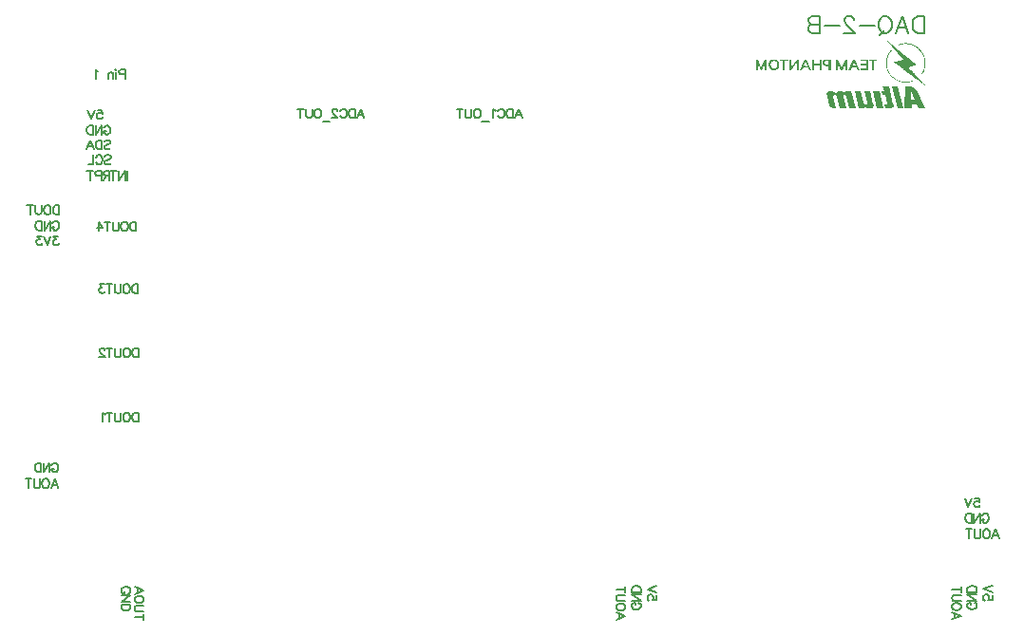
<source format=gbo>
G04*
G04 #@! TF.GenerationSoftware,Altium Limited,Altium Designer,22.2.1 (43)*
G04*
G04 Layer_Color=32896*
%FSLAX25Y25*%
%MOIN*%
G70*
G04*
G04 #@! TF.SameCoordinates,97A6E9F3-C8AE-4924-B40C-96554566FD82*
G04*
G04*
G04 #@! TF.FilePolarity,Positive*
G04*
G01*
G75*
%ADD14C,0.00620*%
G36*
X288878Y188695D02*
X288937Y188688D01*
X289002D01*
X289075Y188673D01*
X289243Y188651D01*
X289418Y188608D01*
X289600Y188557D01*
X289775Y188484D01*
X289782D01*
X289797Y188476D01*
X289819Y188462D01*
X289855Y188447D01*
X289892Y188425D01*
X289935Y188396D01*
X290045Y188323D01*
X290169Y188236D01*
X290307Y188126D01*
X290439Y187995D01*
X290570Y187842D01*
X290592D01*
X290424Y188542D01*
X292596D01*
X294040Y182768D01*
X291889D01*
X290927Y186581D01*
Y186588D01*
X290920Y186595D01*
X290912Y186639D01*
X290891Y186697D01*
X290861Y186770D01*
X290825Y186858D01*
X290774Y186938D01*
X290716Y187018D01*
X290643Y187091D01*
X290635Y187099D01*
X290606Y187120D01*
X290563Y187142D01*
X290504Y187179D01*
X290431Y187208D01*
X290344Y187230D01*
X290242Y187252D01*
X290132Y187259D01*
X290081D01*
X290030Y187252D01*
X289965Y187237D01*
X289892Y187215D01*
X289819Y187186D01*
X289761Y187150D01*
X289709Y187091D01*
X289702Y187084D01*
X289695Y187062D01*
X289680Y187018D01*
X289666Y186967D01*
X289658Y186894D01*
Y186800D01*
X289673Y186697D01*
X289702Y186574D01*
X290650Y182768D01*
X288499Y182768D01*
X287544Y186581D01*
Y186588D01*
X287537Y186595D01*
X287530Y186639D01*
X287508Y186697D01*
X287472Y186770D01*
X287435Y186858D01*
X287384Y186938D01*
X287326Y187018D01*
X287253Y187091D01*
X287245Y187099D01*
X287216Y187120D01*
X287173Y187142D01*
X287107Y187179D01*
X287034Y187208D01*
X286939Y187230D01*
X286837Y187252D01*
X286721Y187259D01*
X286670D01*
X286619Y187252D01*
X286553Y187237D01*
X286480Y187215D01*
X286415Y187186D01*
X286349Y187150D01*
X286305Y187091D01*
X286298Y187084D01*
X286291Y187062D01*
X286276Y187018D01*
X286261Y186967D01*
X286254Y186894D01*
Y186807D01*
X286261Y186705D01*
X286291Y186581D01*
X287245Y182768D01*
X286240D01*
X286203Y182775D01*
X286159D01*
X286108Y182783D01*
X285984Y182805D01*
X285846Y182841D01*
X285685Y182892D01*
X285525Y182965D01*
X285365Y183067D01*
X285357Y183074D01*
X285343Y183082D01*
X285328Y183096D01*
X285299Y183118D01*
X285226Y183184D01*
X285139Y183271D01*
X285044Y183381D01*
X284957Y183512D01*
X284884Y183658D01*
X284825Y183818D01*
X283994Y187120D01*
Y187128D01*
X283987Y187142D01*
Y187164D01*
X283980Y187200D01*
X283965Y187281D01*
X283943Y187390D01*
X283929Y187514D01*
X283921Y187638D01*
Y187769D01*
X283936Y187893D01*
Y187900D01*
Y187908D01*
X283943Y187944D01*
X283965Y188002D01*
X283987Y188075D01*
X284016Y188148D01*
X284060Y188228D01*
X284118Y188309D01*
X284184Y188382D01*
X284191Y188389D01*
X284220Y188411D01*
X284271Y188440D01*
X284330Y188476D01*
X284402Y188513D01*
X284497Y188557D01*
X284592Y188593D01*
X284701Y188622D01*
X284716Y188629D01*
X284752Y188637D01*
X284811Y188651D01*
X284891Y188666D01*
X284993Y188680D01*
X285109Y188688D01*
X285233Y188702D01*
X285467D01*
X285532Y188695D01*
X285613Y188688D01*
X285700Y188680D01*
X285882Y188651D01*
X285890D01*
X285926Y188644D01*
X285977Y188629D01*
X286035Y188615D01*
X286116Y188593D01*
X286196Y188564D01*
X286378Y188498D01*
X286393Y188491D01*
X286422Y188484D01*
X286473Y188462D01*
X286538Y188433D01*
X286611Y188389D01*
X286691Y188345D01*
X286779Y188294D01*
X286866Y188228D01*
X286874Y188221D01*
X286903Y188199D01*
X286947Y188163D01*
X287005Y188112D01*
X287071Y188046D01*
X287136Y187973D01*
X287209Y187893D01*
X287282Y187806D01*
Y187813D01*
X287289Y187842D01*
X287304Y187886D01*
X287318Y187937D01*
X287340Y188002D01*
X287369Y188068D01*
X287435Y188199D01*
X287442Y188207D01*
X287450Y188228D01*
X287472Y188258D01*
X287501Y188301D01*
X287537Y188345D01*
X287588Y188389D01*
X287639Y188440D01*
X287698Y188484D01*
X287705Y188491D01*
X287727Y188498D01*
X287763Y188520D01*
X287814Y188542D01*
X287880Y188571D01*
X287953Y188600D01*
X288033Y188622D01*
X288128Y188644D01*
X288142D01*
X288171Y188651D01*
X288222Y188666D01*
X288295Y188673D01*
X288383Y188688D01*
X288485Y188695D01*
X288601Y188702D01*
X288827D01*
X288878Y188695D01*
D02*
G37*
G36*
X300295Y184168D02*
Y184161D01*
X300302Y184146D01*
Y184124D01*
X300309Y184095D01*
X300324Y184008D01*
X300346Y183905D01*
X300360Y183782D01*
X300367Y183658D01*
Y183534D01*
X300353Y183410D01*
Y183395D01*
X300338Y183359D01*
X300324Y183308D01*
X300295Y183235D01*
X300258Y183162D01*
X300214Y183089D01*
X300149Y183016D01*
X300076Y182950D01*
X300069Y182943D01*
X300040Y182921D01*
X299996Y182892D01*
X299945Y182856D01*
X299872Y182812D01*
X299792Y182768D01*
X299697Y182732D01*
X299595Y182695D01*
X299580D01*
X299544Y182681D01*
X299485Y182674D01*
X299405Y182659D01*
X299310Y182644D01*
X299194Y182630D01*
X299070Y182622D01*
X298829D01*
X298786Y182630D01*
X298720Y182637D01*
X298654D01*
X298582Y182652D01*
X298421Y182674D01*
X298246Y182710D01*
X298071Y182761D01*
X297896Y182834D01*
X297889D01*
X297874Y182841D01*
X297852Y182856D01*
X297816Y182870D01*
X297780Y182892D01*
X297736Y182921D01*
X297626Y182987D01*
X297503Y183074D01*
X297371Y183184D01*
X297240Y183308D01*
X297109Y183454D01*
X297080D01*
X297247Y182761D01*
X295104D01*
X293661Y188542D01*
X295811D01*
X296774Y184722D01*
Y184715D01*
X296781Y184707D01*
X296788Y184664D01*
X296810Y184605D01*
X296839Y184532D01*
X296883Y184445D01*
X296934Y184357D01*
X296992Y184277D01*
X297065Y184204D01*
X297072Y184197D01*
X297102Y184175D01*
X297145Y184146D01*
X297204Y184117D01*
X297277Y184088D01*
X297364Y184059D01*
X297466Y184037D01*
X297583Y184029D01*
X297634D01*
X297685Y184037D01*
X297743Y184051D01*
X297816Y184073D01*
X297882Y184102D01*
X297940Y184146D01*
X297991Y184204D01*
X297998Y184212D01*
X298006Y184241D01*
X298020Y184277D01*
X298027Y184336D01*
X298042Y184408D01*
Y184496D01*
X298027Y184598D01*
X298006Y184722D01*
X297051Y188542D01*
X299201D01*
X300295Y184168D01*
D02*
G37*
G36*
X312899Y190379D02*
X312979D01*
X313081Y190364D01*
X313198Y190350D01*
X313329Y190328D01*
X313468Y190299D01*
X313606Y190262D01*
X313614D01*
X313621Y190255D01*
X313643Y190248D01*
X313665Y190241D01*
X313737Y190219D01*
X313825Y190182D01*
X313934Y190138D01*
X314051Y190080D01*
X314167Y190022D01*
X314291Y189949D01*
X314306Y189942D01*
X314342Y189912D01*
X314401Y189869D01*
X314481Y189818D01*
X314568Y189745D01*
X314663Y189665D01*
X314765Y189577D01*
X314867Y189475D01*
X314882Y189460D01*
X314911Y189431D01*
X314955Y189373D01*
X315020Y189300D01*
X315086Y189213D01*
X315166Y189103D01*
X315246Y188994D01*
X315319Y188870D01*
X318593Y182761D01*
X316114Y182768D01*
X315531Y184088D01*
X313679D01*
X313752Y182761D01*
X311266D01*
X311550Y190386D01*
X312870D01*
X312899Y190379D01*
D02*
G37*
G36*
X310814Y182761D02*
X308656D01*
X306746Y190386D01*
X308897D01*
X310814Y182761D01*
D02*
G37*
G36*
X303779D02*
X301629D01*
X300178Y188542D01*
X302336D01*
X303779Y182761D01*
D02*
G37*
G36*
X307278Y184161D02*
Y184153D01*
X307286Y184139D01*
Y184117D01*
X307293Y184080D01*
X307315Y184000D01*
X307330Y183891D01*
X307351Y183767D01*
X307366Y183643D01*
X307373Y183512D01*
X307366Y183395D01*
Y183381D01*
X307359Y183344D01*
X307344Y183293D01*
X307322Y183228D01*
X307293Y183162D01*
X307249Y183089D01*
X307198Y183023D01*
X307133Y182965D01*
X307125Y182958D01*
X307096Y182943D01*
X307060Y182921D01*
X307001Y182892D01*
X306928Y182863D01*
X306841Y182826D01*
X306739Y182797D01*
X306622Y182768D01*
X306608D01*
X306564Y182761D01*
X306491Y182746D01*
X306396Y182739D01*
X306272Y182724D01*
X306134Y182717D01*
X305974Y182710D01*
X305616D01*
X305529Y182717D01*
X305317D01*
X305208Y182724D01*
X305157D01*
X305091Y182732D01*
X305011D01*
X304917Y182739D01*
X304814Y182746D01*
X304698Y182754D01*
X304574Y182761D01*
X304253Y184044D01*
X304705D01*
X304763Y184051D01*
X304829Y184066D01*
X304895Y184080D01*
X304946Y184110D01*
X304997Y184146D01*
X305004Y184153D01*
X305011Y184168D01*
X305026Y184197D01*
X305040Y184233D01*
X305055Y184284D01*
Y184343D01*
Y184416D01*
X305040Y184496D01*
X304355Y187244D01*
X303451D01*
X303130Y188542D01*
X304034D01*
X303568Y190306D01*
X305726D01*
X307278Y184161D01*
D02*
G37*
G36*
X282055Y196122D02*
X281370D01*
Y197697D01*
X279533D01*
Y196122D01*
X278862D01*
Y199840D01*
X279533D01*
Y198295D01*
X281370D01*
Y199840D01*
X282055D01*
Y196122D01*
D02*
G37*
G36*
X274036D02*
X273365D01*
Y198878D01*
X271397Y196122D01*
X270726D01*
Y199840D01*
X271382D01*
Y197128D01*
X273336Y199840D01*
X274036D01*
Y196122D01*
D02*
G37*
G36*
X291153Y196122D02*
X290511D01*
Y198717D01*
X289491Y196122D01*
X288908D01*
X287887Y198717D01*
Y196122D01*
X287260D01*
Y199840D01*
X287945D01*
X289185Y197026D01*
X290424Y199840D01*
X291153D01*
Y196122D01*
D02*
G37*
G36*
X262912Y196122D02*
X262270D01*
Y198717D01*
X261249Y196122D01*
X260666D01*
X259660Y198717D01*
Y196122D01*
X259019D01*
Y199840D01*
X259704D01*
X260943Y197026D01*
X262197Y199840D01*
X262912D01*
Y196122D01*
D02*
G37*
G36*
X301607Y199242D02*
X300542D01*
Y196122D01*
X299872D01*
Y199242D01*
X298793D01*
Y199840D01*
X301607D01*
Y199242D01*
D02*
G37*
G36*
X298399Y196122D02*
X295833D01*
Y196720D01*
X297728D01*
Y197697D01*
X295964D01*
Y198309D01*
X297728D01*
Y199242D01*
X295862D01*
Y199840D01*
X298399D01*
Y196122D01*
D02*
G37*
G36*
X295512D02*
X294827D01*
X293588Y199126D01*
X293005Y197726D01*
X293763D01*
X293996Y197128D01*
X292757D01*
X292334Y196122D01*
X291590D01*
X293209Y199840D01*
X293952D01*
X295512Y196122D01*
D02*
G37*
G36*
X285306Y196122D02*
X284621D01*
Y199213D01*
X283688D01*
X283528Y199199D01*
X283426Y199155D01*
X283353Y199111D01*
X283338Y199097D01*
X283265Y198995D01*
X283236Y198892D01*
X283221Y198805D01*
Y198776D01*
Y198761D01*
X283236Y198659D01*
X283265Y198572D01*
X283338Y198426D01*
X283396Y198368D01*
X283426Y198324D01*
X283455Y198309D01*
X283469Y198295D01*
X283571Y198236D01*
X283673Y198178D01*
X283907Y198091D01*
X284009Y198061D01*
X284096Y198032D01*
X284155Y198018D01*
X284169D01*
X284067Y197420D01*
X283790Y197464D01*
X283557Y197537D01*
X283353Y197609D01*
X283192Y197682D01*
X283061Y197755D01*
X282974Y197813D01*
X282915Y197857D01*
X282901Y197872D01*
X282769Y198018D01*
X282667Y198163D01*
X282609Y198324D01*
X282551Y198470D01*
X282522Y198586D01*
X282507Y198703D01*
Y198761D01*
Y198790D01*
X282522Y198980D01*
X282551Y199140D01*
X282594Y199272D01*
X282653Y199388D01*
X282711Y199461D01*
X282755Y199534D01*
X282784Y199563D01*
X282799Y199578D01*
X282915Y199665D01*
X283047Y199723D01*
X283192Y199782D01*
X283324Y199811D01*
X283455Y199826D01*
X283557Y199840D01*
X285306D01*
Y196122D01*
D02*
G37*
G36*
X278396D02*
X277696D01*
X276471Y199126D01*
X275888Y197726D01*
X276631D01*
X276879Y197128D01*
X275640D01*
X275217Y196122D01*
X274473D01*
X276092Y199840D01*
X276835D01*
X278396Y196122D01*
D02*
G37*
G36*
X270333Y199242D02*
X269268D01*
Y196122D01*
X268568D01*
Y199242D01*
X267519D01*
Y199840D01*
X270333D01*
Y199242D01*
D02*
G37*
G36*
X265711Y199840D02*
X266002Y199782D01*
X266236Y199709D01*
X266440Y199621D01*
X266586Y199519D01*
X266702Y199446D01*
X266761Y199388D01*
X266790Y199373D01*
X266950Y199184D01*
X267052Y198965D01*
X267140Y198732D01*
X267198Y198499D01*
X267227Y198295D01*
X267242Y198134D01*
X267256Y198061D01*
Y198018D01*
Y197988D01*
Y197974D01*
X267227Y197638D01*
X267169Y197362D01*
X267081Y197114D01*
X266994Y196924D01*
X266906Y196764D01*
X266833Y196647D01*
X266775Y196589D01*
X266761Y196560D01*
X266557Y196399D01*
X266338Y196297D01*
X266119Y196210D01*
X265900Y196151D01*
X265696Y196122D01*
X265536Y196108D01*
X265478Y196093D01*
X265390D01*
X265069Y196108D01*
X264792Y196166D01*
X264559Y196239D01*
X264370Y196326D01*
X264209Y196414D01*
X264107Y196487D01*
X264034Y196545D01*
X264020Y196560D01*
X263859Y196764D01*
X263743Y196982D01*
X263670Y197216D01*
X263611Y197449D01*
X263582Y197653D01*
X263553Y197828D01*
Y197886D01*
Y197930D01*
Y197959D01*
Y197974D01*
X263568Y198309D01*
X263626Y198586D01*
X263699Y198834D01*
X263786Y199024D01*
X263874Y199184D01*
X263947Y199286D01*
X264005Y199359D01*
X264020Y199373D01*
X264209Y199534D01*
X264428Y199651D01*
X264661Y199738D01*
X264880Y199796D01*
X265084Y199826D01*
X265244Y199855D01*
X265390D01*
X265711Y199840D01*
D02*
G37*
G36*
X312236Y205526D02*
X312615Y205483D01*
X312950Y205424D01*
X313096Y205395D01*
X313227Y205366D01*
X313344Y205337D01*
X313446Y205308D01*
X313533Y205293D01*
X313592Y205278D01*
X313621Y205264D01*
X313635D01*
X314029Y205133D01*
X314393Y204972D01*
X314743Y204812D01*
X315035Y204651D01*
X315166Y204579D01*
X315297Y204506D01*
X315400Y204433D01*
X315487Y204389D01*
X315545Y204331D01*
X315604Y204302D01*
X315633Y204287D01*
X315647Y204272D01*
X315983Y204025D01*
X316303Y203748D01*
X316581Y203485D01*
X316828Y203237D01*
X317018Y203004D01*
X317105Y202917D01*
X317164Y202829D01*
X317222Y202756D01*
X317266Y202712D01*
X317280Y202683D01*
X317295Y202669D01*
X317528Y202304D01*
X317747Y201940D01*
X317907Y201590D01*
X318053Y201269D01*
X318111Y201123D01*
X318170Y200992D01*
X318199Y200875D01*
X318243Y200788D01*
X318272Y200700D01*
X318286Y200642D01*
X318301Y200613D01*
Y200598D01*
X318403Y200190D01*
X318476Y199782D01*
X318534Y199403D01*
X318563Y199067D01*
X318578Y198922D01*
Y198776D01*
X318593Y198659D01*
Y198557D01*
Y198484D01*
Y198411D01*
Y198382D01*
Y198368D01*
X318563Y197945D01*
X318505Y197551D01*
X318432Y197187D01*
X318359Y196851D01*
X318316Y196705D01*
X318286Y196574D01*
X318243Y196458D01*
X318213Y196370D01*
X318184Y196283D01*
X318170Y196224D01*
X318155Y196195D01*
Y196180D01*
X317995Y195787D01*
X317805Y195408D01*
X317616Y195072D01*
X317426Y194781D01*
X317339Y194650D01*
X317266Y194533D01*
X317193Y194431D01*
X317120Y194343D01*
X317076Y194271D01*
X317033Y194227D01*
X317018Y194198D01*
X317003Y194183D01*
Y194198D01*
X316755Y194373D01*
X317003Y194708D01*
X317237Y195043D01*
X317426Y195364D01*
X317572Y195656D01*
X317703Y195904D01*
X317747Y196020D01*
X317791Y196108D01*
X317820Y196180D01*
X317849Y196239D01*
X317863Y196268D01*
Y196283D01*
X317995Y196676D01*
X318082Y197041D01*
X318170Y197405D01*
X318213Y197726D01*
X318243Y197857D01*
X318257Y197988D01*
Y198105D01*
X318272Y198207D01*
X318286Y198280D01*
Y198338D01*
Y198368D01*
Y198382D01*
Y198776D01*
X318257Y199169D01*
X318213Y199519D01*
X318155Y199840D01*
X318126Y199986D01*
X318111Y200117D01*
X318082Y200234D01*
X318053Y200321D01*
X318039Y200409D01*
X318024Y200467D01*
X318009Y200496D01*
Y200511D01*
X317878Y200904D01*
X317718Y201269D01*
X317557Y201604D01*
X317397Y201896D01*
X317324Y202027D01*
X317251Y202144D01*
X317193Y202231D01*
X317134Y202319D01*
X317091Y202392D01*
X317062Y202435D01*
X317033Y202465D01*
Y202479D01*
X316770Y202814D01*
X316508Y203106D01*
X316245Y203383D01*
X315997Y203602D01*
X315793Y203791D01*
X315618Y203923D01*
X315560Y203981D01*
X315516Y204010D01*
X315487Y204039D01*
X315472D01*
X315123Y204258D01*
X314787Y204447D01*
X314466Y204608D01*
X314175Y204739D01*
X313912Y204841D01*
X313810Y204885D01*
X313723Y204914D01*
X313650Y204943D01*
X313592Y204958D01*
X313562Y204972D01*
X313548D01*
X313154Y205074D01*
X312775Y205147D01*
X312425Y205191D01*
X312090Y205220D01*
X311944D01*
X311813Y205235D01*
X311419D01*
X311011Y205205D01*
X310617Y205162D01*
X310253Y205089D01*
X309932Y205001D01*
X309786Y204972D01*
X309655Y204928D01*
X309538Y204899D01*
X309451Y204856D01*
X309363Y204841D01*
X309305Y204812D01*
X309276Y204797D01*
X309261D01*
X309159Y205074D01*
X309567Y205220D01*
X309976Y205337D01*
X310355Y205424D01*
X310690Y205483D01*
X310851Y205497D01*
X310982Y205526D01*
X311113D01*
X311215Y205541D01*
X311288Y205556D01*
X311827D01*
X312236Y205526D01*
D02*
G37*
G36*
X306681Y202989D02*
X306404Y202654D01*
X306170Y202319D01*
X305966Y201998D01*
X305806Y201706D01*
X305675Y201444D01*
X305616Y201342D01*
X305573Y201240D01*
X305543Y201167D01*
X305514Y201109D01*
X305500Y201079D01*
Y201065D01*
X305354Y200671D01*
X305252Y200292D01*
X305164Y199928D01*
X305106Y199607D01*
X305091Y199461D01*
X305062Y199330D01*
Y199213D01*
X305048Y199126D01*
X305033Y199038D01*
Y198980D01*
Y198951D01*
Y198936D01*
Y198528D01*
X305048Y198149D01*
X305091Y197784D01*
X305135Y197449D01*
X305164Y197303D01*
X305193Y197172D01*
X305208Y197055D01*
X305237Y196968D01*
X305252Y196880D01*
X305266Y196822D01*
X305281Y196793D01*
Y196778D01*
X305412Y196385D01*
X305573Y196006D01*
X305733Y195656D01*
X305893Y195350D01*
X305966Y195218D01*
X306039Y195102D01*
X306112Y195000D01*
X306156Y194912D01*
X306214Y194839D01*
X306243Y194795D01*
X306258Y194766D01*
X306272Y194752D01*
X306535Y194402D01*
X306812Y194096D01*
X307074Y193833D01*
X307337Y193600D01*
X307556Y193410D01*
X307643Y193337D01*
X307716Y193279D01*
X307789Y193221D01*
X307833Y193192D01*
X307862Y193177D01*
X307876Y193163D01*
X308226Y192944D01*
X308576Y192754D01*
X308911Y192594D01*
X309218Y192463D01*
X309480Y192361D01*
X309582Y192317D01*
X309684Y192288D01*
X309757Y192259D01*
X309815Y192244D01*
X309844Y192229D01*
X309859D01*
X310253Y192142D01*
X310646Y192069D01*
X311011Y192025D01*
X311332Y192011D01*
X311492Y191996D01*
X312032D01*
X312440Y192040D01*
X312833Y192098D01*
X313212Y192186D01*
X313533Y192273D01*
X313694Y192317D01*
X313825Y192361D01*
X313927Y192404D01*
X314029Y192434D01*
X314117Y192463D01*
X314175Y192492D01*
X314204Y192506D01*
X314218D01*
X314335Y192229D01*
X313869Y192054D01*
X313650Y191981D01*
X313446Y191923D01*
X313271Y191879D01*
X313140Y191850D01*
X313052Y191821D01*
X313023D01*
X312760Y191777D01*
X312527Y191748D01*
X312294Y191719D01*
X312090Y191704D01*
X311915D01*
X311784Y191690D01*
X311667D01*
X311317Y191704D01*
X311157D01*
X311026Y191719D01*
X310909Y191734D01*
X310807D01*
X310749Y191748D01*
X310734D01*
X310399Y191806D01*
X310238Y191836D01*
X310092Y191865D01*
X309976Y191894D01*
X309888Y191923D01*
X309830Y191938D01*
X309815D01*
X309392Y192069D01*
X308999Y192229D01*
X308649Y192390D01*
X308328Y192550D01*
X308197Y192623D01*
X308066Y192696D01*
X307964Y192754D01*
X307876Y192813D01*
X307803Y192871D01*
X307745Y192900D01*
X307716Y192915D01*
X307701Y192929D01*
X307351Y193192D01*
X307031Y193469D01*
X306739Y193746D01*
X306506Y194008D01*
X306302Y194227D01*
X306229Y194329D01*
X306156Y194402D01*
X306112Y194475D01*
X306068Y194518D01*
X306054Y194548D01*
X306039Y194562D01*
X305791Y194927D01*
X305587Y195291D01*
X305398Y195656D01*
X305252Y195976D01*
X305193Y196122D01*
X305150Y196253D01*
X305106Y196370D01*
X305062Y196472D01*
X305033Y196545D01*
X305018Y196618D01*
X305004Y196647D01*
Y196662D01*
X304902Y197084D01*
X304814Y197507D01*
X304771Y197901D01*
X304742Y198251D01*
X304727Y198411D01*
Y198557D01*
Y198688D01*
Y198790D01*
Y198878D01*
Y198936D01*
Y198980D01*
Y198995D01*
X304771Y199432D01*
X304844Y199840D01*
X304917Y200219D01*
X305004Y200554D01*
X305048Y200700D01*
X305091Y200832D01*
X305135Y200948D01*
X305164Y201050D01*
X305193Y201138D01*
X305223Y201196D01*
X305237Y201225D01*
Y201240D01*
X305412Y201633D01*
X305616Y202012D01*
X305806Y202333D01*
X306010Y202625D01*
X306098Y202756D01*
X306185Y202858D01*
X306258Y202960D01*
X306316Y203048D01*
X306375Y203106D01*
X306418Y203150D01*
X306433Y203179D01*
X306447Y203193D01*
X306681Y202989D01*
D02*
G37*
G36*
X305704Y205935D02*
X306170Y205556D01*
X306593Y205205D01*
X306797Y205045D01*
X306987Y204885D01*
X307147Y204754D01*
X307308Y204622D01*
X307439Y204520D01*
X307556Y204418D01*
X307643Y204345D01*
X307716Y204287D01*
X307760Y204258D01*
X307774Y204243D01*
X308241Y203864D01*
X308707Y203485D01*
X309145Y203135D01*
X309334Y202960D01*
X309524Y202814D01*
X309699Y202669D01*
X309859Y202552D01*
X309990Y202435D01*
X310107Y202333D01*
X310194Y202260D01*
X310267Y202202D01*
X310311Y202173D01*
X310326Y202158D01*
X310792Y201779D01*
X311259Y201400D01*
X311696Y201050D01*
X311886Y200890D01*
X312075Y200729D01*
X312250Y200598D01*
X312411Y200467D01*
X312542Y200365D01*
X312659Y200263D01*
X312746Y200190D01*
X312819Y200132D01*
X312863Y200102D01*
X312877Y200088D01*
X313358Y199694D01*
X313810Y199315D01*
X314248Y198965D01*
X314452Y198805D01*
X314641Y198645D01*
X314802Y198499D01*
X314962Y198382D01*
X315108Y198266D01*
X315225Y198163D01*
X315312Y198091D01*
X315385Y198032D01*
X315429Y198003D01*
X315443Y197988D01*
X315181Y197901D01*
X314918Y197813D01*
X314685Y197726D01*
X314481Y197653D01*
X314291Y197595D01*
X314160Y197551D01*
X314073Y197522D01*
X314058Y197507D01*
X314044D01*
X313781Y197420D01*
X313533Y197347D01*
X313300Y197259D01*
X313081Y197187D01*
X312906Y197128D01*
X312760Y197084D01*
X312673Y197055D01*
X312659Y197041D01*
X312644D01*
X312921Y196749D01*
X313183Y196458D01*
X313431Y196180D01*
X313665Y195947D01*
X313839Y195743D01*
X313985Y195583D01*
X314044Y195524D01*
X314087Y195481D01*
X314102Y195466D01*
X314117Y195451D01*
X314393Y195160D01*
X314656Y194868D01*
X314918Y194591D01*
X315137Y194358D01*
X315327Y194154D01*
X315472Y193993D01*
X315531Y193935D01*
X315575Y193892D01*
X315589Y193877D01*
X315604Y193862D01*
X315881Y193571D01*
X316143Y193294D01*
X316391Y193031D01*
X316610Y192798D01*
X316799Y192594D01*
X316930Y192434D01*
X316989Y192375D01*
X317033Y192331D01*
X317047Y192317D01*
X317062Y192302D01*
X317339Y192011D01*
X317601Y191734D01*
X317849Y191471D01*
X318068Y191238D01*
X318257Y191034D01*
X318388Y190873D01*
X318447Y190815D01*
X318491Y190771D01*
X318505Y190757D01*
X318520Y190742D01*
Y190728D01*
Y190713D01*
X318505Y190684D01*
X318491Y190669D01*
X317980Y191048D01*
X317499Y191413D01*
X317033Y191763D01*
X316814Y191923D01*
X316624Y192069D01*
X316435Y192215D01*
X316274Y192331D01*
X316128Y192448D01*
X315997Y192535D01*
X315895Y192608D01*
X315822Y192667D01*
X315779Y192696D01*
X315764Y192710D01*
X315254Y193090D01*
X314758Y193454D01*
X314291Y193804D01*
X314087Y193964D01*
X313883Y194110D01*
X313708Y194256D01*
X313533Y194373D01*
X313387Y194489D01*
X313271Y194577D01*
X313169Y194650D01*
X313096Y194708D01*
X313052Y194737D01*
X313037Y194752D01*
X312527Y195145D01*
X312032Y195510D01*
X311565Y195860D01*
X311346Y196020D01*
X311157Y196180D01*
X310967Y196312D01*
X310807Y196443D01*
X310661Y196545D01*
X310530Y196647D01*
X310428Y196720D01*
X310355Y196778D01*
X310311Y196808D01*
X310297Y196822D01*
X309786Y197216D01*
X309291Y197595D01*
X308824Y197945D01*
X308605Y198105D01*
X308401Y198251D01*
X308212Y198397D01*
X308051Y198513D01*
X307905Y198630D01*
X307774Y198717D01*
X307672Y198790D01*
X307599Y198849D01*
X307556Y198878D01*
X307541Y198892D01*
X307862Y198980D01*
X308168Y199067D01*
X308459Y199140D01*
X308722Y199213D01*
X308941Y199257D01*
X309028Y199286D01*
X309101Y199301D01*
X309159Y199330D01*
X309203D01*
X309232Y199344D01*
X309247D01*
X309567Y199432D01*
X309874Y199519D01*
X310151Y199592D01*
X310413Y199665D01*
X310632Y199723D01*
X310719Y199753D01*
X310792Y199767D01*
X310851Y199782D01*
X310894Y199796D01*
X310923Y199811D01*
X310938D01*
X310661Y200117D01*
X310399Y200394D01*
X310165Y200671D01*
X309947Y200919D01*
X309757Y201123D01*
X309611Y201284D01*
X309567Y201342D01*
X309524Y201386D01*
X309509Y201400D01*
X309495Y201415D01*
X309218Y201721D01*
X308955Y202012D01*
X308722Y202290D01*
X308503Y202537D01*
X308314Y202742D01*
X308168Y202902D01*
X308124Y202960D01*
X308080Y203004D01*
X308066Y203019D01*
X308051Y203033D01*
X307789Y203339D01*
X307526Y203616D01*
X307278Y203893D01*
X307074Y204141D01*
X306885Y204345D01*
X306739Y204506D01*
X306695Y204564D01*
X306651Y204608D01*
X306637Y204622D01*
X306622Y204637D01*
X306360Y204943D01*
X306098Y205220D01*
X305864Y205497D01*
X305645Y205730D01*
X305470Y205935D01*
X305325Y206095D01*
X305281Y206153D01*
X305237Y206197D01*
X305223Y206212D01*
X305208Y206226D01*
Y206255D01*
X305223Y206270D01*
Y206299D01*
X305237Y206314D01*
X305704Y205935D01*
D02*
G37*
%LPC*%
G36*
X313417Y188724D02*
X313599Y185546D01*
X314889D01*
X313417Y188724D01*
D02*
G37*
G36*
X265492Y199272D02*
X265390D01*
X265201Y199257D01*
X265026Y199213D01*
X264880Y199169D01*
X264763Y199111D01*
X264676Y199038D01*
X264617Y198995D01*
X264574Y198951D01*
X264559Y198936D01*
X264457Y198805D01*
X264384Y198659D01*
X264340Y198499D01*
X264297Y198338D01*
X264282Y198207D01*
X264267Y198091D01*
Y198018D01*
Y198003D01*
Y197988D01*
X264282Y197770D01*
X264311Y197566D01*
X264355Y197405D01*
X264413Y197274D01*
X264472Y197157D01*
X264515Y197084D01*
X264545Y197041D01*
X264559Y197026D01*
X264676Y196924D01*
X264807Y196837D01*
X264938Y196778D01*
X265084Y196749D01*
X265201Y196720D01*
X265303Y196705D01*
X265390D01*
X265594Y196720D01*
X265769Y196749D01*
X265930Y196808D01*
X266046Y196866D01*
X266148Y196924D01*
X266207Y196982D01*
X266250Y197012D01*
X266265Y197026D01*
X266352Y197157D01*
X266425Y197318D01*
X266469Y197478D01*
X266513Y197624D01*
X266527Y197770D01*
X266542Y197886D01*
Y197959D01*
Y197988D01*
X266527Y198207D01*
X266498Y198397D01*
X266454Y198557D01*
X266396Y198703D01*
X266352Y198805D01*
X266309Y198878D01*
X266280Y198922D01*
X266265Y198936D01*
X266148Y199053D01*
X266002Y199126D01*
X265857Y199184D01*
X265711Y199228D01*
X265594Y199257D01*
X265492Y199272D01*
D02*
G37*
%LPD*%
D14*
X11809Y49321D02*
X13036Y52540D01*
X14262Y49321D01*
X13802Y50394D02*
X12269D01*
X10138Y52540D02*
X10445Y52387D01*
X10751Y52080D01*
X10905Y51774D01*
X11058Y51314D01*
Y50547D01*
X10905Y50087D01*
X10751Y49781D01*
X10445Y49474D01*
X10138Y49321D01*
X9525D01*
X9218Y49474D01*
X8912Y49781D01*
X8758Y50087D01*
X8605Y50547D01*
Y51314D01*
X8758Y51774D01*
X8912Y52080D01*
X9218Y52387D01*
X9525Y52540D01*
X10138D01*
X7854D02*
Y50241D01*
X7701Y49781D01*
X7394Y49474D01*
X6934Y49321D01*
X6628D01*
X6168Y49474D01*
X5861Y49781D01*
X5708Y50241D01*
Y52540D01*
X3745D02*
Y49321D01*
X4819Y52540D02*
X2672D01*
X41014Y12124D02*
X44233Y13351D01*
X41014Y14577D01*
X42087Y14117D02*
Y12584D01*
X44233Y10453D02*
X44080Y10760D01*
X43773Y11066D01*
X43466Y11220D01*
X43007Y11373D01*
X42240D01*
X41780Y11220D01*
X41474Y11066D01*
X41167Y10760D01*
X41014Y10453D01*
Y9840D01*
X41167Y9533D01*
X41474Y9227D01*
X41780Y9073D01*
X42240Y8920D01*
X43007D01*
X43466Y9073D01*
X43773Y9227D01*
X44080Y9533D01*
X44233Y9840D01*
Y10453D01*
Y8169D02*
X41934D01*
X41474Y8016D01*
X41167Y7709D01*
X41014Y7249D01*
Y6943D01*
X41167Y6483D01*
X41474Y6176D01*
X41934Y6023D01*
X44233D01*
Y4060D02*
X41014D01*
X44233Y5133D02*
Y2987D01*
X28076Y182186D02*
X29609D01*
X29762Y180806D01*
X29609Y180959D01*
X29149Y181113D01*
X28689D01*
X28229Y180959D01*
X27922Y180653D01*
X27769Y180193D01*
Y179886D01*
X27922Y179426D01*
X28229Y179120D01*
X28689Y178966D01*
X29149D01*
X29609Y179120D01*
X29762Y179273D01*
X29915Y179580D01*
X27048Y182186D02*
X25822Y178966D01*
X24596Y182186D02*
X25822Y178966D01*
X210029Y5586D02*
X213249Y4360D01*
X210029Y3133D01*
X211103Y3593D02*
Y5126D01*
X213249Y7257D02*
X213095Y6950D01*
X212789Y6644D01*
X212482Y6491D01*
X212022Y6337D01*
X211256D01*
X210796Y6491D01*
X210489Y6644D01*
X210183Y6950D01*
X210029Y7257D01*
Y7870D01*
X210183Y8177D01*
X210489Y8484D01*
X210796Y8637D01*
X211256Y8790D01*
X212022D01*
X212482Y8637D01*
X212789Y8484D01*
X213095Y8177D01*
X213249Y7870D01*
Y7257D01*
Y9541D02*
X210949D01*
X210489Y9695D01*
X210183Y10001D01*
X210029Y10461D01*
Y10768D01*
X210183Y11228D01*
X210489Y11534D01*
X210949Y11688D01*
X213249D01*
Y13650D02*
X210029D01*
X213249Y12577D02*
Y14723D01*
X341894Y31683D02*
X343121Y34902D01*
X344347Y31683D01*
X343887Y32756D02*
X342354D01*
X340223Y34902D02*
X340530Y34749D01*
X340836Y34442D01*
X340990Y34136D01*
X341143Y33676D01*
Y32909D01*
X340990Y32449D01*
X340836Y32143D01*
X340530Y31836D01*
X340223Y31683D01*
X339610D01*
X339303Y31836D01*
X338997Y32143D01*
X338843Y32449D01*
X338690Y32909D01*
Y33676D01*
X338843Y34136D01*
X338997Y34442D01*
X339303Y34749D01*
X339610Y34902D01*
X340223D01*
X337939D02*
Y32603D01*
X337786Y32143D01*
X337479Y31836D01*
X337019Y31683D01*
X336713D01*
X336253Y31836D01*
X335946Y32143D01*
X335793Y32603D01*
Y34902D01*
X333830D02*
Y31683D01*
X334904Y34902D02*
X332757D01*
X327825Y5665D02*
X331044Y4439D01*
X327825Y3212D01*
X328898Y3672D02*
Y5205D01*
X331044Y7336D02*
X330891Y7029D01*
X330584Y6723D01*
X330277Y6569D01*
X329818Y6416D01*
X329051D01*
X328591Y6569D01*
X328285Y6723D01*
X327978Y7029D01*
X327825Y7336D01*
Y7949D01*
X327978Y8256D01*
X328285Y8562D01*
X328591Y8716D01*
X329051Y8869D01*
X329818D01*
X330277Y8716D01*
X330584Y8562D01*
X330891Y8256D01*
X331044Y7949D01*
Y7336D01*
Y9620D02*
X328745D01*
X328285Y9773D01*
X327978Y10080D01*
X327825Y10540D01*
Y10847D01*
X327978Y11306D01*
X328285Y11613D01*
X328745Y11766D01*
X331044D01*
Y13728D02*
X327825D01*
X331044Y12655D02*
Y14802D01*
X30505Y165742D02*
X30811Y166048D01*
X31271Y166201D01*
X31884D01*
X32344Y166048D01*
X32651Y165742D01*
Y165435D01*
X32497Y165128D01*
X32344Y164975D01*
X32037Y164822D01*
X31118Y164515D01*
X30811Y164362D01*
X30658Y164209D01*
X30505Y163902D01*
Y163442D01*
X30811Y163136D01*
X31271Y162982D01*
X31884D01*
X32344Y163136D01*
X32651Y163442D01*
X27485Y165435D02*
X27638Y165742D01*
X27944Y166048D01*
X28251Y166201D01*
X28864D01*
X29171Y166048D01*
X29477Y165742D01*
X29631Y165435D01*
X29784Y164975D01*
Y164209D01*
X29631Y163749D01*
X29477Y163442D01*
X29171Y163136D01*
X28864Y162982D01*
X28251D01*
X27944Y163136D01*
X27638Y163442D01*
X27485Y163749D01*
X26580Y166201D02*
Y162982D01*
X24740D01*
X14498Y148603D02*
Y145384D01*
Y148603D02*
X13425D01*
X12965Y148450D01*
X12659Y148143D01*
X12505Y147837D01*
X12352Y147377D01*
Y146610D01*
X12505Y146150D01*
X12659Y145844D01*
X12965Y145537D01*
X13425Y145384D01*
X14498D01*
X10712Y148603D02*
X11018Y148450D01*
X11325Y148143D01*
X11478Y147837D01*
X11631Y147377D01*
Y146610D01*
X11478Y146150D01*
X11325Y145844D01*
X11018Y145537D01*
X10712Y145384D01*
X10098D01*
X9792Y145537D01*
X9485Y145844D01*
X9332Y146150D01*
X9179Y146610D01*
Y147377D01*
X9332Y147837D01*
X9485Y148143D01*
X9792Y148450D01*
X10098Y148603D01*
X10712D01*
X8427D02*
Y146304D01*
X8274Y145844D01*
X7967Y145537D01*
X7508Y145384D01*
X7201D01*
X6741Y145537D01*
X6435Y145844D01*
X6281Y146304D01*
Y148603D01*
X4319D02*
Y145384D01*
X5392Y148603D02*
X3246D01*
X38860Y12277D02*
X39167Y12431D01*
X39473Y12737D01*
X39627Y13044D01*
Y13657D01*
X39473Y13964D01*
X39167Y14270D01*
X38860Y14424D01*
X38400Y14577D01*
X37634D01*
X37174Y14424D01*
X36867Y14270D01*
X36561Y13964D01*
X36407Y13657D01*
Y13044D01*
X36561Y12737D01*
X36867Y12431D01*
X37174Y12277D01*
X37634D01*
Y13044D02*
Y12277D01*
X39627Y11541D02*
X36407D01*
X39627D02*
X36407Y9395D01*
X39627D02*
X36407D01*
X39627Y8506D02*
X36407D01*
X39627D02*
Y7433D01*
X39473Y6973D01*
X39167Y6667D01*
X38860Y6513D01*
X38400Y6360D01*
X37634D01*
X37174Y6513D01*
X36867Y6667D01*
X36561Y6973D01*
X36407Y7433D01*
Y8506D01*
X11962Y57409D02*
X12116Y57716D01*
X12422Y58022D01*
X12729Y58176D01*
X13342D01*
X13649Y58022D01*
X13955Y57716D01*
X14109Y57409D01*
X14262Y56949D01*
Y56183D01*
X14109Y55723D01*
X13955Y55416D01*
X13649Y55110D01*
X13342Y54956D01*
X12729D01*
X12422Y55110D01*
X12116Y55416D01*
X11962Y55723D01*
Y56183D01*
X12729D02*
X11962D01*
X11226Y58176D02*
Y54956D01*
Y58176D02*
X9080Y54956D01*
Y58176D02*
Y54956D01*
X8191Y58176D02*
Y54956D01*
Y58176D02*
X7118D01*
X6658Y58022D01*
X6352Y57716D01*
X6198Y57409D01*
X6045Y56949D01*
Y56183D01*
X6198Y55723D01*
X6352Y55416D01*
X6658Y55110D01*
X7118Y54956D01*
X8191D01*
X37884Y194562D02*
X36427D01*
X35941Y194723D01*
X35780Y194885D01*
X35618Y195209D01*
Y195695D01*
X35780Y196018D01*
X35941Y196180D01*
X36427Y196342D01*
X37884D01*
Y192943D01*
X34533Y196342D02*
X34371Y196180D01*
X34209Y196342D01*
X34371Y196504D01*
X34533Y196342D01*
X34371Y195209D02*
Y192943D01*
X33611Y195209D02*
Y192943D01*
Y194562D02*
X33125Y195047D01*
X32801Y195209D01*
X32316D01*
X31992Y195047D01*
X31830Y194562D01*
Y192943D01*
X28269Y195695D02*
X27945Y195856D01*
X27459Y196342D01*
Y192943D01*
X174516Y179252D02*
X175742Y182471D01*
X176969Y179252D01*
X176509Y180325D02*
X174976D01*
X173765Y182471D02*
Y179252D01*
Y182471D02*
X172691D01*
X172231Y182318D01*
X171925Y182011D01*
X171772Y181705D01*
X171618Y181245D01*
Y180478D01*
X171772Y180018D01*
X171925Y179712D01*
X172231Y179405D01*
X172691Y179252D01*
X173765D01*
X168598Y181705D02*
X168752Y182011D01*
X169058Y182318D01*
X169365Y182471D01*
X169978D01*
X170285Y182318D01*
X170591Y182011D01*
X170745Y181705D01*
X170898Y181245D01*
Y180478D01*
X170745Y180018D01*
X170591Y179712D01*
X170285Y179405D01*
X169978Y179252D01*
X169365D01*
X169058Y179405D01*
X168752Y179712D01*
X168598Y180018D01*
X167694Y181858D02*
X167387Y182011D01*
X166927Y182471D01*
Y179252D01*
X165333Y178179D02*
X162880D01*
X161547Y182471D02*
X161853Y182318D01*
X162160Y182011D01*
X162313Y181705D01*
X162466Y181245D01*
Y180478D01*
X162313Y180018D01*
X162160Y179712D01*
X161853Y179405D01*
X161547Y179252D01*
X160933D01*
X160627Y179405D01*
X160320Y179712D01*
X160167Y180018D01*
X160013Y180478D01*
Y181245D01*
X160167Y181705D01*
X160320Y182011D01*
X160627Y182318D01*
X160933Y182471D01*
X161547D01*
X159262D02*
Y180172D01*
X159109Y179712D01*
X158802Y179405D01*
X158343Y179252D01*
X158036D01*
X157576Y179405D01*
X157269Y179712D01*
X157116Y180172D01*
Y182471D01*
X155154D02*
Y179252D01*
X156227Y182471D02*
X154081D01*
X119122Y179252D02*
X120348Y182471D01*
X121575Y179252D01*
X121115Y180325D02*
X119582D01*
X118371Y182471D02*
Y179252D01*
Y182471D02*
X117298D01*
X116838Y182318D01*
X116531Y182011D01*
X116378Y181705D01*
X116225Y181245D01*
Y180478D01*
X116378Y180018D01*
X116531Y179712D01*
X116838Y179405D01*
X117298Y179252D01*
X118371D01*
X113205Y181705D02*
X113358Y182011D01*
X113664Y182318D01*
X113971Y182471D01*
X114584D01*
X114891Y182318D01*
X115198Y182011D01*
X115351Y181705D01*
X115504Y181245D01*
Y180478D01*
X115351Y180018D01*
X115198Y179712D01*
X114891Y179405D01*
X114584Y179252D01*
X113971D01*
X113664Y179405D01*
X113358Y179712D01*
X113205Y180018D01*
X112147Y181705D02*
Y181858D01*
X111994Y182165D01*
X111840Y182318D01*
X111534Y182471D01*
X110920D01*
X110614Y182318D01*
X110460Y182165D01*
X110307Y181858D01*
Y181552D01*
X110460Y181245D01*
X110767Y180785D01*
X112300Y179252D01*
X110154D01*
X109433Y178179D02*
X106981D01*
X105647Y182471D02*
X105954Y182318D01*
X106260Y182011D01*
X106413Y181705D01*
X106567Y181245D01*
Y180478D01*
X106413Y180018D01*
X106260Y179712D01*
X105954Y179405D01*
X105647Y179252D01*
X105034D01*
X104727Y179405D01*
X104420Y179712D01*
X104267Y180018D01*
X104114Y180478D01*
Y181245D01*
X104267Y181705D01*
X104420Y182011D01*
X104727Y182318D01*
X105034Y182471D01*
X105647D01*
X103363D02*
Y180172D01*
X103209Y179712D01*
X102903Y179405D01*
X102443Y179252D01*
X102136D01*
X101676Y179405D01*
X101370Y179712D01*
X101216Y180172D01*
Y182471D01*
X99254D02*
Y179252D01*
X100327Y182471D02*
X98181D01*
X224194Y11593D02*
Y10060D01*
X222814Y9907D01*
X222967Y10060D01*
X223120Y10520D01*
Y10980D01*
X222967Y11440D01*
X222661Y11747D01*
X222201Y11900D01*
X221894D01*
X221434Y11747D01*
X221128Y11440D01*
X220974Y10980D01*
Y10520D01*
X221128Y10060D01*
X221281Y9907D01*
X221587Y9754D01*
X224194Y12621D02*
X220974Y13847D01*
X224194Y15073D02*
X220974Y13847D01*
X217955Y8994D02*
X218261Y8841D01*
X218568Y8534D01*
X218721Y8228D01*
Y7614D01*
X218568Y7308D01*
X218261Y7001D01*
X217955Y6848D01*
X217495Y6695D01*
X216728D01*
X216268Y6848D01*
X215962Y7001D01*
X215655Y7308D01*
X215502Y7614D01*
Y8228D01*
X215655Y8534D01*
X215962Y8841D01*
X216268Y8994D01*
X216728D01*
Y8228D02*
Y8994D01*
X218721Y9730D02*
X215502D01*
X218721D02*
X215502Y11876D01*
X218721D02*
X215502D01*
X218721Y12765D02*
X215502D01*
X218721D02*
Y13838D01*
X218568Y14298D01*
X218261Y14605D01*
X217955Y14758D01*
X217495Y14911D01*
X216728D01*
X216268Y14758D01*
X215962Y14605D01*
X215655Y14298D01*
X215502Y13838D01*
Y12765D01*
X341989Y11672D02*
Y10139D01*
X340609Y9986D01*
X340762Y10139D01*
X340916Y10599D01*
Y11059D01*
X340762Y11519D01*
X340456Y11825D01*
X339996Y11979D01*
X339689D01*
X339229Y11825D01*
X338923Y11519D01*
X338770Y11059D01*
Y10599D01*
X338923Y10139D01*
X339076Y9986D01*
X339383Y9833D01*
X341989Y12699D02*
X338770Y13926D01*
X341989Y15152D02*
X338770Y13926D01*
X335750Y9073D02*
X336057Y8919D01*
X336363Y8613D01*
X336516Y8306D01*
Y7693D01*
X336363Y7386D01*
X336057Y7080D01*
X335750Y6927D01*
X335290Y6773D01*
X334524D01*
X334064Y6927D01*
X333757Y7080D01*
X333451Y7386D01*
X333297Y7693D01*
Y8306D01*
X333451Y8613D01*
X333757Y8919D01*
X334064Y9073D01*
X334524D01*
Y8306D02*
Y9073D01*
X336516Y9809D02*
X333297D01*
X336516D02*
X333297Y11955D01*
X336516D02*
X333297D01*
X336516Y12844D02*
X333297D01*
X336516D02*
Y13917D01*
X336363Y14377D01*
X336057Y14683D01*
X335750Y14837D01*
X335290Y14990D01*
X334524D01*
X334064Y14837D01*
X333757Y14683D01*
X333451Y14377D01*
X333297Y13917D01*
Y12844D01*
X338486Y39608D02*
X338640Y39915D01*
X338946Y40221D01*
X339253Y40375D01*
X339866D01*
X340173Y40221D01*
X340479Y39915D01*
X340633Y39608D01*
X340786Y39148D01*
Y38382D01*
X340633Y37922D01*
X340479Y37615D01*
X340173Y37309D01*
X339866Y37155D01*
X339253D01*
X338946Y37309D01*
X338640Y37615D01*
X338486Y37922D01*
Y38382D01*
X339253D02*
X338486D01*
X337751Y40375D02*
Y37155D01*
Y40375D02*
X335604Y37155D01*
Y40375D02*
Y37155D01*
X334715Y40375D02*
Y37155D01*
Y40375D02*
X333642D01*
X333182Y40221D01*
X332875Y39915D01*
X332722Y39608D01*
X332569Y39148D01*
Y38382D01*
X332722Y37922D01*
X332875Y37615D01*
X333182Y37309D01*
X333642Y37155D01*
X334715D01*
X335887Y45847D02*
X337420D01*
X337573Y44467D01*
X337420Y44621D01*
X336960Y44774D01*
X336500D01*
X336040Y44621D01*
X335734Y44314D01*
X335580Y43854D01*
Y43548D01*
X335734Y43088D01*
X336040Y42781D01*
X336500Y42628D01*
X336960D01*
X337420Y42781D01*
X337573Y42935D01*
X337726Y43241D01*
X334860Y45847D02*
X333633Y42628D01*
X332407Y45847D02*
X333633Y42628D01*
X42316Y75781D02*
Y72561D01*
Y75781D02*
X41243D01*
X40783Y75627D01*
X40477Y75321D01*
X40323Y75014D01*
X40170Y74554D01*
Y73788D01*
X40323Y73328D01*
X40477Y73021D01*
X40783Y72715D01*
X41243Y72561D01*
X42316D01*
X38530Y75781D02*
X38836Y75627D01*
X39143Y75321D01*
X39296Y75014D01*
X39449Y74554D01*
Y73788D01*
X39296Y73328D01*
X39143Y73021D01*
X38836Y72715D01*
X38530Y72561D01*
X37916D01*
X37610Y72715D01*
X37303Y73021D01*
X37150Y73328D01*
X36997Y73788D01*
Y74554D01*
X37150Y75014D01*
X37303Y75321D01*
X37610Y75627D01*
X37916Y75781D01*
X38530D01*
X36245D02*
Y73481D01*
X36092Y73021D01*
X35785Y72715D01*
X35326Y72561D01*
X35019D01*
X34559Y72715D01*
X34253Y73021D01*
X34099Y73481D01*
Y75781D01*
X32137D02*
Y72561D01*
X33210Y75781D02*
X31064D01*
X30681Y75167D02*
X30374Y75321D01*
X29914Y75781D01*
Y72561D01*
X42333Y98497D02*
Y95278D01*
Y98497D02*
X41260D01*
X40800Y98344D01*
X40493Y98037D01*
X40340Y97731D01*
X40187Y97271D01*
Y96504D01*
X40340Y96044D01*
X40493Y95738D01*
X40800Y95431D01*
X41260Y95278D01*
X42333D01*
X38546Y98497D02*
X38853Y98344D01*
X39159Y98037D01*
X39313Y97731D01*
X39466Y97271D01*
Y96504D01*
X39313Y96044D01*
X39159Y95738D01*
X38853Y95431D01*
X38546Y95278D01*
X37933D01*
X37626Y95431D01*
X37320Y95738D01*
X37167Y96044D01*
X37013Y96504D01*
Y97271D01*
X37167Y97731D01*
X37320Y98037D01*
X37626Y98344D01*
X37933Y98497D01*
X38546D01*
X36262D02*
Y96198D01*
X36109Y95738D01*
X35802Y95431D01*
X35342Y95278D01*
X35036D01*
X34576Y95431D01*
X34269Y95738D01*
X34116Y96198D01*
Y98497D01*
X32154D02*
Y95278D01*
X33227Y98497D02*
X31080D01*
X30544Y97731D02*
Y97884D01*
X30391Y98190D01*
X30237Y98344D01*
X29931Y98497D01*
X29318D01*
X29011Y98344D01*
X28858Y98190D01*
X28704Y97884D01*
Y97577D01*
X28858Y97271D01*
X29164Y96811D01*
X30697Y95278D01*
X28551D01*
X42294Y120938D02*
Y117719D01*
Y120938D02*
X41221D01*
X40761Y120785D01*
X40454Y120478D01*
X40301Y120172D01*
X40148Y119712D01*
Y118945D01*
X40301Y118485D01*
X40454Y118179D01*
X40761Y117872D01*
X41221Y117719D01*
X42294D01*
X38507Y120938D02*
X38814Y120785D01*
X39121Y120478D01*
X39274Y120172D01*
X39427Y119712D01*
Y118945D01*
X39274Y118485D01*
X39121Y118179D01*
X38814Y117872D01*
X38507Y117719D01*
X37894D01*
X37588Y117872D01*
X37281Y118179D01*
X37128Y118485D01*
X36974Y118945D01*
Y119712D01*
X37128Y120172D01*
X37281Y120478D01*
X37588Y120785D01*
X37894Y120938D01*
X38507D01*
X36223D02*
Y118639D01*
X36070Y118179D01*
X35763Y117872D01*
X35303Y117719D01*
X34997D01*
X34537Y117872D01*
X34230Y118179D01*
X34077Y118639D01*
Y120938D01*
X32115D02*
Y117719D01*
X33188Y120938D02*
X31042D01*
X30352D02*
X28666D01*
X29585Y119712D01*
X29125D01*
X28819Y119558D01*
X28666Y119405D01*
X28512Y118945D01*
Y118639D01*
X28666Y118179D01*
X28972Y117872D01*
X29432Y117719D01*
X29892D01*
X30352Y117872D01*
X30505Y118025D01*
X30658Y118332D01*
X41589Y142828D02*
Y139609D01*
Y142828D02*
X40516D01*
X40056Y142675D01*
X39750Y142368D01*
X39596Y142061D01*
X39443Y141601D01*
Y140835D01*
X39596Y140375D01*
X39750Y140068D01*
X40056Y139762D01*
X40516Y139609D01*
X41589D01*
X37802Y142828D02*
X38109Y142675D01*
X38416Y142368D01*
X38569Y142061D01*
X38722Y141601D01*
Y140835D01*
X38569Y140375D01*
X38416Y140068D01*
X38109Y139762D01*
X37802Y139609D01*
X37189D01*
X36883Y139762D01*
X36576Y140068D01*
X36423Y140375D01*
X36270Y140835D01*
Y141601D01*
X36423Y142061D01*
X36576Y142368D01*
X36883Y142675D01*
X37189Y142828D01*
X37802D01*
X35518D02*
Y140528D01*
X35365Y140068D01*
X35059Y139762D01*
X34599Y139609D01*
X34292D01*
X33832Y139762D01*
X33525Y140068D01*
X33372Y140528D01*
Y142828D01*
X31410D02*
Y139609D01*
X32483Y142828D02*
X30337D01*
X28420D02*
X29954Y140682D01*
X27654D01*
X28420Y142828D02*
Y139609D01*
X317972Y215009D02*
Y209011D01*
Y215009D02*
X315973D01*
X315116Y214724D01*
X314545Y214152D01*
X314259Y213581D01*
X313973Y212724D01*
Y211296D01*
X314259Y210439D01*
X314545Y209868D01*
X315116Y209296D01*
X315973Y209011D01*
X317972D01*
X308060D02*
X310346Y215009D01*
X312631Y209011D01*
X311774Y211010D02*
X308917D01*
X304947Y215009D02*
X305518Y214724D01*
X306089Y214152D01*
X306375Y213581D01*
X306661Y212724D01*
Y211296D01*
X306375Y210439D01*
X306089Y209868D01*
X305518Y209296D01*
X304947Y209011D01*
X303804D01*
X303233Y209296D01*
X302661Y209868D01*
X302376Y210439D01*
X302090Y211296D01*
Y212724D01*
X302376Y213581D01*
X302661Y214152D01*
X303233Y214724D01*
X303804Y215009D01*
X304947D01*
X304090Y210153D02*
X302376Y208439D01*
X300691Y211581D02*
X295549D01*
X293492Y213581D02*
Y213867D01*
X293206Y214438D01*
X292921Y214724D01*
X292349Y215009D01*
X291207D01*
X290635Y214724D01*
X290350Y214438D01*
X290064Y213867D01*
Y213295D01*
X290350Y212724D01*
X290921Y211867D01*
X293778Y209011D01*
X289779D01*
X288436Y211581D02*
X283294D01*
X281523Y215009D02*
Y209011D01*
Y215009D02*
X278952D01*
X278095Y214724D01*
X277810Y214438D01*
X277524Y213867D01*
Y213295D01*
X277810Y212724D01*
X278095Y212438D01*
X278952Y212153D01*
X281523D02*
X278952D01*
X278095Y211867D01*
X277810Y211581D01*
X277524Y211010D01*
Y210153D01*
X277810Y209582D01*
X278095Y209296D01*
X278952Y209011D01*
X281523D01*
X12199Y142285D02*
X12352Y142592D01*
X12659Y142899D01*
X12965Y143052D01*
X13578D01*
X13885Y142899D01*
X14191Y142592D01*
X14345Y142285D01*
X14498Y141825D01*
Y141059D01*
X14345Y140599D01*
X14191Y140293D01*
X13885Y139986D01*
X13578Y139833D01*
X12965D01*
X12659Y139986D01*
X12352Y140293D01*
X12199Y140599D01*
Y141059D01*
X12965D02*
X12199D01*
X11463Y143052D02*
Y139833D01*
Y143052D02*
X9317Y139833D01*
Y143052D02*
Y139833D01*
X8427Y143052D02*
Y139833D01*
Y143052D02*
X7354D01*
X6894Y142899D01*
X6588Y142592D01*
X6435Y142285D01*
X6281Y141825D01*
Y141059D01*
X6435Y140599D01*
X6588Y140293D01*
X6894Y139986D01*
X7354Y139833D01*
X8427D01*
X14191Y137855D02*
X12505D01*
X13425Y136629D01*
X12965D01*
X12659Y136475D01*
X12505Y136322D01*
X12352Y135862D01*
Y135556D01*
X12505Y135096D01*
X12812Y134789D01*
X13272Y134636D01*
X13732D01*
X14191Y134789D01*
X14345Y134942D01*
X14498Y135249D01*
X11631Y137855D02*
X10405Y134636D01*
X9179Y137855D02*
X10405Y134636D01*
X8458Y137855D02*
X6772D01*
X7692Y136629D01*
X7232D01*
X6925Y136475D01*
X6772Y136322D01*
X6618Y135862D01*
Y135556D01*
X6772Y135096D01*
X7078Y134789D01*
X7538Y134636D01*
X7998D01*
X8458Y134789D01*
X8611Y134942D01*
X8765Y135249D01*
X38417Y160650D02*
Y157431D01*
X37743Y160650D02*
Y157431D01*
Y160650D02*
X35596Y157431D01*
Y160650D02*
Y157431D01*
X33634Y160650D02*
Y157431D01*
X34707Y160650D02*
X32561D01*
X32178D02*
Y157431D01*
Y160650D02*
X30798D01*
X30338Y160497D01*
X30185Y160344D01*
X30032Y160037D01*
Y159731D01*
X30185Y159424D01*
X30338Y159271D01*
X30798Y159117D01*
X32178D01*
X31105D02*
X30032Y157431D01*
X29311Y158964D02*
X27931D01*
X27472Y159117D01*
X27318Y159271D01*
X27165Y159577D01*
Y160037D01*
X27318Y160344D01*
X27472Y160497D01*
X27931Y160650D01*
X29311D01*
Y157431D01*
X25371Y160650D02*
Y157431D01*
X26444Y160650D02*
X24298D01*
X30338Y170978D02*
X30645Y171284D01*
X31105Y171438D01*
X31718D01*
X32178Y171284D01*
X32484Y170978D01*
Y170671D01*
X32331Y170365D01*
X32178Y170211D01*
X31871Y170058D01*
X30951Y169751D01*
X30645Y169598D01*
X30492Y169445D01*
X30338Y169138D01*
Y168678D01*
X30645Y168372D01*
X31105Y168218D01*
X31718D01*
X32178Y168372D01*
X32484Y168678D01*
X29618Y171438D02*
Y168218D01*
Y171438D02*
X28545D01*
X28085Y171284D01*
X27778Y170978D01*
X27625Y170671D01*
X27472Y170211D01*
Y169445D01*
X27625Y168985D01*
X27778Y168678D01*
X28085Y168372D01*
X28545Y168218D01*
X29618D01*
X24298D02*
X25525Y171438D01*
X26751Y168218D01*
X26291Y169291D02*
X24758D01*
X30216Y175868D02*
X30369Y176175D01*
X30676Y176481D01*
X30982Y176635D01*
X31595D01*
X31902Y176481D01*
X32208Y176175D01*
X32362Y175868D01*
X32515Y175408D01*
Y174642D01*
X32362Y174182D01*
X32208Y173875D01*
X31902Y173569D01*
X31595Y173415D01*
X30982D01*
X30676Y173569D01*
X30369Y173875D01*
X30216Y174182D01*
Y174642D01*
X30982D02*
X30216D01*
X29480Y176635D02*
Y173415D01*
Y176635D02*
X27334Y173415D01*
Y176635D02*
Y173415D01*
X26444Y176635D02*
Y173415D01*
Y176635D02*
X25371D01*
X24911Y176481D01*
X24605Y176175D01*
X24452Y175868D01*
X24298Y175408D01*
Y174642D01*
X24452Y174182D01*
X24605Y173875D01*
X24911Y173569D01*
X25371Y173415D01*
X26444D01*
M02*

</source>
